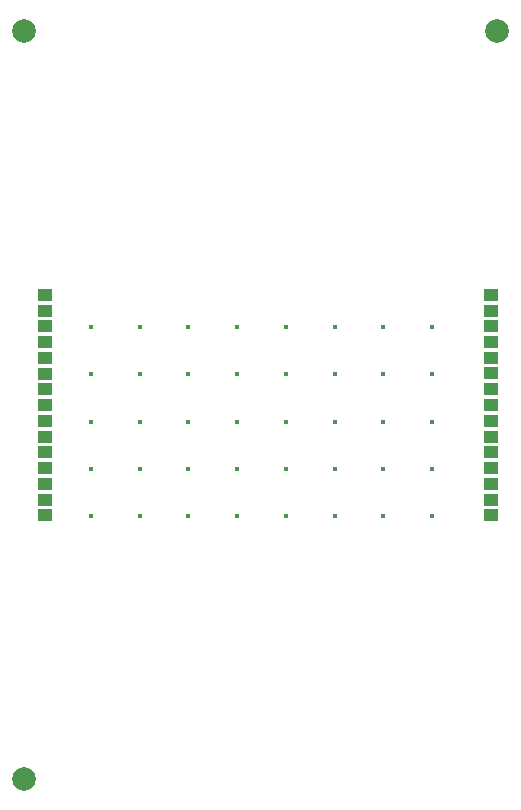
<source format=gbl>
G04 #@! TF.GenerationSoftware,KiCad,Pcbnew,7.0.2-6a45011f42~172~ubuntu22.04.1*
G04 #@! TF.CreationDate,2023-07-03T20:32:52+08:00*
G04 #@! TF.ProjectId,panel_5_1,70616e65-6c5f-4355-9f31-2e6b69636164,rev?*
G04 #@! TF.SameCoordinates,Original*
G04 #@! TF.FileFunction,Copper,L2,Bot*
G04 #@! TF.FilePolarity,Positive*
%FSLAX46Y46*%
G04 Gerber Fmt 4.6, Leading zero omitted, Abs format (unit mm)*
G04 Created by KiCad (PCBNEW 7.0.2-6a45011f42~172~ubuntu22.04.1) date 2023-07-03 20:32:52*
%MOMM*%
%LPD*%
G01*
G04 APERTURE LIST*
G04 #@! TA.AperFunction,ComponentPad*
%ADD10R,1.200000X1.000000*%
G04 #@! TD*
G04 #@! TA.AperFunction,SMDPad,CuDef*
%ADD11C,2.000000*%
G04 #@! TD*
G04 #@! TA.AperFunction,ViaPad*
%ADD12C,0.450000*%
G04 #@! TD*
G04 APERTURE END LIST*
D10*
G04 #@! TO.P,J1,1,Pin_1*
G04 #@! TO.N,Board_1-+3V3*
X16727500Y-32330000D03*
G04 #@! TD*
G04 #@! TO.P,J2,1,Pin_1*
G04 #@! TO.N,Board_1-GND*
X16727500Y-29680000D03*
G04 #@! TD*
G04 #@! TO.P,J2,1,Pin_1*
G04 #@! TO.N,Board_2-GND*
X16727500Y-33680000D03*
G04 #@! TD*
G04 #@! TO.P,J4,1,Pin_1*
G04 #@! TO.N,Board_3-LED_OUT*
X54497500Y-39000000D03*
G04 #@! TD*
G04 #@! TO.P,J2,1,Pin_1*
G04 #@! TO.N,Board_3-GND*
X16727500Y-37680000D03*
G04 #@! TD*
G04 #@! TO.P,J3,1,Pin_1*
G04 #@! TO.N,Board_0-LED_DATA*
X16727500Y-27005000D03*
G04 #@! TD*
G04 #@! TO.P,J1,1,Pin_1*
G04 #@! TO.N,Board_4-+3V3*
X16727500Y-44330000D03*
G04 #@! TD*
G04 #@! TO.P,J5,1,Pin_1*
G04 #@! TO.N,Board_4-+3V3*
X54497500Y-44325000D03*
G04 #@! TD*
G04 #@! TO.P,J6,1,Pin_1*
G04 #@! TO.N,Board_1-GND*
X54497500Y-29675000D03*
G04 #@! TD*
G04 #@! TO.P,J5,1,Pin_1*
G04 #@! TO.N,Board_0-+3V3*
X54497500Y-28325000D03*
G04 #@! TD*
G04 #@! TO.P,J4,1,Pin_1*
G04 #@! TO.N,Board_4-LED_OUT*
X54497500Y-43000000D03*
G04 #@! TD*
G04 #@! TO.P,J1,1,Pin_1*
G04 #@! TO.N,Board_0-+3V3*
X16727500Y-28330000D03*
G04 #@! TD*
G04 #@! TO.P,J3,1,Pin_1*
G04 #@! TO.N,Board_1-LED_DATA*
X16727500Y-31005000D03*
G04 #@! TD*
G04 #@! TO.P,J2,1,Pin_1*
G04 #@! TO.N,Board_0-GND*
X16727500Y-25680000D03*
G04 #@! TD*
G04 #@! TO.P,J5,1,Pin_1*
G04 #@! TO.N,Board_3-+3V3*
X54497500Y-40325000D03*
G04 #@! TD*
G04 #@! TO.P,J5,1,Pin_1*
G04 #@! TO.N,Board_2-+3V3*
X54497500Y-36325000D03*
G04 #@! TD*
G04 #@! TO.P,J3,1,Pin_1*
G04 #@! TO.N,Board_2-LED_DATA*
X16727500Y-35005000D03*
G04 #@! TD*
G04 #@! TO.P,J4,1,Pin_1*
G04 #@! TO.N,Board_1-LED_OUT*
X54497500Y-31000000D03*
G04 #@! TD*
G04 #@! TO.P,J6,1,Pin_1*
G04 #@! TO.N,Board_0-GND*
X54497500Y-25675000D03*
G04 #@! TD*
G04 #@! TO.P,J6,1,Pin_1*
G04 #@! TO.N,Board_2-GND*
X54497500Y-33675000D03*
G04 #@! TD*
G04 #@! TO.P,J3,1,Pin_1*
G04 #@! TO.N,Board_3-LED_DATA*
X16727500Y-39005000D03*
G04 #@! TD*
G04 #@! TO.P,J1,1,Pin_1*
G04 #@! TO.N,Board_3-+3V3*
X16727500Y-40330000D03*
G04 #@! TD*
G04 #@! TO.P,J2,1,Pin_1*
G04 #@! TO.N,Board_4-GND*
X16727500Y-41680000D03*
G04 #@! TD*
G04 #@! TO.P,J6,1,Pin_1*
G04 #@! TO.N,Board_4-GND*
X54497500Y-41675000D03*
G04 #@! TD*
G04 #@! TO.P,J3,1,Pin_1*
G04 #@! TO.N,Board_4-LED_DATA*
X16727500Y-43005000D03*
G04 #@! TD*
G04 #@! TO.P,J4,1,Pin_1*
G04 #@! TO.N,Board_2-LED_OUT*
X54497500Y-35000000D03*
G04 #@! TD*
G04 #@! TO.P,J4,1,Pin_1*
G04 #@! TO.N,Board_0-LED_OUT*
X54497500Y-27000000D03*
G04 #@! TD*
G04 #@! TO.P,J1,1,Pin_1*
G04 #@! TO.N,Board_2-+3V3*
X16727500Y-36330000D03*
G04 #@! TD*
G04 #@! TO.P,J5,1,Pin_1*
G04 #@! TO.N,Board_1-+3V3*
X54497500Y-32325000D03*
G04 #@! TD*
G04 #@! TO.P,J6,1,Pin_1*
G04 #@! TO.N,Board_3-GND*
X54497500Y-37675000D03*
G04 #@! TD*
D11*
G04 #@! TO.P,REF\u002A\u002A,*
G04 #@! TO.N,*
X15000000Y-66650000D03*
G04 #@! TD*
G04 #@! TO.P,REF\u002A\u002A,*
G04 #@! TO.N,*
X55000000Y-3350000D03*
G04 #@! TD*
G04 #@! TO.P,REF\u002A\u002A,*
G04 #@! TO.N,*
X15000000Y-3350000D03*
G04 #@! TD*
D12*
G04 #@! TO.N,Board_0-+3V3*
X20650663Y-28400000D03*
X49545663Y-28400000D03*
X37162091Y-28400000D03*
X33034234Y-28400000D03*
X24778520Y-28400000D03*
X41289948Y-28400000D03*
X45417805Y-28400000D03*
X28906377Y-28400000D03*
G04 #@! TO.N,Board_1-+3V3*
X37162091Y-32400000D03*
X45417805Y-32400000D03*
X33034234Y-32400000D03*
X24778520Y-32400000D03*
X41289948Y-32400000D03*
X28906377Y-32400000D03*
X49545663Y-32400000D03*
X20650663Y-32400000D03*
G04 #@! TO.N,Board_2-+3V3*
X33034234Y-36400000D03*
X45417805Y-36400000D03*
X37162091Y-36400000D03*
X20650663Y-36400000D03*
X41289948Y-36400000D03*
X28906377Y-36400000D03*
X49545663Y-36400000D03*
X24778520Y-36400000D03*
G04 #@! TO.N,Board_3-+3V3*
X28906377Y-40400000D03*
X41289948Y-40400000D03*
X20650663Y-40400000D03*
X33034234Y-40400000D03*
X49545663Y-40400000D03*
X37162091Y-40400000D03*
X45417805Y-40400000D03*
X24778520Y-40400000D03*
G04 #@! TO.N,Board_4-+3V3*
X37162091Y-44400000D03*
X45417805Y-44400000D03*
X20650663Y-44400000D03*
X49545663Y-44400000D03*
X28906377Y-44400000D03*
X24778520Y-44400000D03*
X33034234Y-44400000D03*
X41289948Y-44400000D03*
G04 #@! TD*
M02*

</source>
